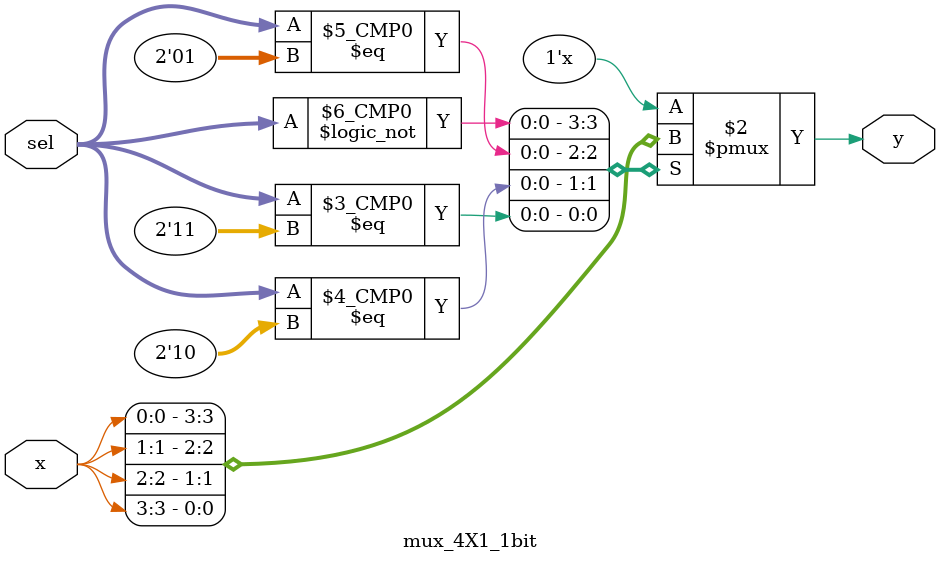
<source format=sv>
`timescale 1ns / 1ps

module fnd_Periph (
    // global signal
    input  logic        PCLK,
    input  logic        PRESET,
    // APB Interface Signals
    input  logic [ 3:0] PADDR,
    input  logic [31:0] PWDATA,
    input  logic        PWRITE,
    input  logic        PENABLE,
    input  logic        PSEL,
    output logic [31:0] PRDATA,
    output logic        PREADY,
    // inport signals
    output logic [ 7:0] fndFont,
    output logic [ 3:0] fndComm
);

    logic FCR;
    logic [13:0] FDR;
    logic [3:0] FPR;

    fnd_SlaveIntf U_fnd_Intf (.*);
    fndController U_fnd (
        .*,
        .clk(PCLK),
        .reset(PRESET)
        );
endmodule

module fnd_SlaveIntf (
    // global signal
    input  logic        PCLK,
    input  logic        PRESET,
    // APB Interface Signals
    input  logic [ 3:0] PADDR,
    input  logic [31:0] PWDATA,
    input  logic        PWRITE,
    input  logic        PENABLE,
    input  logic        PSEL,
    output logic [31:0] PRDATA,
    output logic        PREADY,
    // internal signals
    output logic [ 7:0] FCR,
    output logic [ 13:0] FDR,
    output logic [3:0] FPR
);
    logic [31:0] slv_reg0, slv_reg1, slv_reg2;  //, slv_reg3;


    assign FCR = slv_reg0[0];
    assign FDR = slv_reg1[13:0];
    assign FPR = slv_reg2[3:0];


    always_ff @(posedge PCLK, posedge PRESET) begin
        if (PRESET) begin
            slv_reg0 <= 0;
            slv_reg1 <= 0;
            slv_reg2 <= 0;
            // slv_reg3 <= 0;
        end else begin
            if (PSEL && PENABLE) begin
                PREADY <= 1'b1;
                if (PWRITE) begin
                    case (PADDR[3:2])
                        2'd0: slv_reg0 <= PWDATA;
                        2'd1: slv_reg1 <= PWDATA;
                        2'd2: slv_reg2 <= PWDATA;
                        // 2'd3: slv_reg3 <= PWDATA;
                    endcase
                end else begin
                    PRDATA <= 32'bx;
                    case (PADDR[3:2])
                        2'd0: PRDATA <= slv_reg0;
                        2'd1: PRDATA <= slv_reg1;
                        2'd2: PRDATA <= slv_reg2;
                        // 2'd3: PRDATA <= slv_reg3;
                    endcase
                end
            end else begin
                PREADY <= 1'b0;
            end
        end
    end

endmodule

module fndController (
    input logic clk,
    input logic reset,
    input  logic       FCR,
    input  logic [13:0] FDR,
    input logic [3:0] FPR,
    output logic [3:0] fndComm,
    output logic [7:0] fndFont
);
    wire [7:0] fndSegData;
    wire [1:0] sel;
    assign fndFont = {FPR[sel], fndSegData[6:0]};

    wire [3:0] w_digit_1, w_digit_10, w_digit_100, w_digit_1000;
    wire [3:0] w_digit;
    wire o_clk;

    clk_divider U_Clk_Divider(
        .clk(clk),
        .reset(reset),
        .o_clk(o_clk)
    );
    counter_4 U_Counter_4(
        .clk(o_clk),
        .reset(reset),
        .o_sel(sel)
    );
    decoder U_Decoder(
        .en(FCR),
        .x(sel),
        .y(fndComm)
    );

    digitSplitter U_DigitSplitter(
        .i_digit(FDR),
        .o_digit_1(w_digit_1),
        .o_digit_10(w_digit_10),
        .o_digit_100(w_digit_100),
        .o_digit_1000(w_digit_1000)
    );

    mux U_Mux(
        .sel(sel),
        .x0(w_digit_1),
        .x1(w_digit_10),
        .x2(w_digit_100),
        .x3(w_digit_1000),
        .y(w_digit)
    );

    BCDtoSEG U_BCD_to_SEG(
        .bcd(w_digit),
        .seg(fndSegData)
    ); 

    mux_4X1_1bit MUX_4X1_1bit (
         .sel(digit_sel),
         .x(fndDot),
         .y(fndDp)
     );


endmodule




module BCDtoSEG(
    input logic [3:0] bcd,
    output logic [7:0] seg
    );

    always @(bcd) begin
        case(bcd)
        4'h0: seg= 8'hc0;
        4'h1: seg= 8'hf9;
        4'h2: seg = 8'ha4;
        4'h3: seg=8'hb0;
        4'h4: seg=8'h99;
        4'h5: seg=8'h92;
        4'h6: seg=8'h82;
        4'h7: seg=8'hf8;
        4'h8: seg=8'h80;
        4'h9: seg=8'h90;
        4'ha: seg=8'h88;
        4'hb: seg=8'h83;
        4'hc: seg=8'hc6;
        4'hd: seg=8'ha1;
        4'he: seg=8'h86;
        4'hf: seg=8'h8e;

        default:seg=8'hff;
        endcase
    end
endmodule


module clk_divider(
    input clk,
    input reset,
    output o_clk
    );
    parameter FCOUNT = 500_000 ;
    reg r_clk;
    reg [$clog2(FCOUNT)-1:0] r_counter;
    always @(posedge clk or posedge reset) begin
        if (reset) begin
            r_counter <= 0;
            r_clk <=1'b0;
        end else begin
            if (r_counter == FCOUNT -1) begin
                r_counter <=0;
                r_clk <= 1'b1;
            end else begin
                r_clk <= 1'b0;
                r_counter <= r_counter+1;
            end
        end 
    end
    assign o_clk = r_clk;

endmodule

module counter_4(
    input clk,
    input reset,
    output [1:0] o_sel
    );
    reg [1:0] r_counter;
    always @(posedge clk, posedge reset) begin
        if(reset) begin
            r_counter <=2'b00;
        end else begin
            r_counter <= r_counter +1;
        end
    end
    //overflow가 발생해도 0,1,2,3 안에서 반복된다. (순환)
    assign o_sel=r_counter;
endmodule


module decoder(
    input logic en,
    input logic [1:0] x,
    output logic [3:0] y
    );
    always @(x) begin
        if(en) begin
            case(x)
                2'b00: y=4'b1110;
                2'b01: y=4'b1101;
                2'b10: y=4'b1011;
                2'b11: y=4'b0111;
            endcase
        end else begin
            y=4'b1111;
        end
    end
endmodule


module digitSplitter(
    input [13:0] i_digit,
    output [3:0] o_digit_1,
    output [3:0] o_digit_10,    
    output [3:0] o_digit_100,
    output [3:0] o_digit_1000
    );

    assign o_digit_1=i_digit%10;
    assign o_digit_10=i_digit/10%10;
    assign o_digit_100=i_digit/100 %10;
    assign o_digit_1000=i_digit/1000 %10;
endmodule



module mux(
    input [1:0] sel,
    input [3:0] x0,
    input [3:0] x1,
    input [3:0] x2,
    input [3:0] x3,
    output reg [3:0] y
    );

    always @(*) begin
        case(sel)
            2'b00: y=x0;
            2'b01: y=x1;
            2'b10: y=x2;
            2'b11: y=x3;
            default: y=x0;
        endcase
    end
endmodule



 module mux_4X1_1bit (
     input [1:0] sel,
     input [3:0] x,
     output reg y
 );
     always @(*) begin
         y=1'b1;
         case(sel)
             2'b00: y=x[0];
             2'b01: y=x[1];
             2'b10: y=x[2];
             2'b11: y=x[3];
         endcase
     end    
 endmodule
</source>
